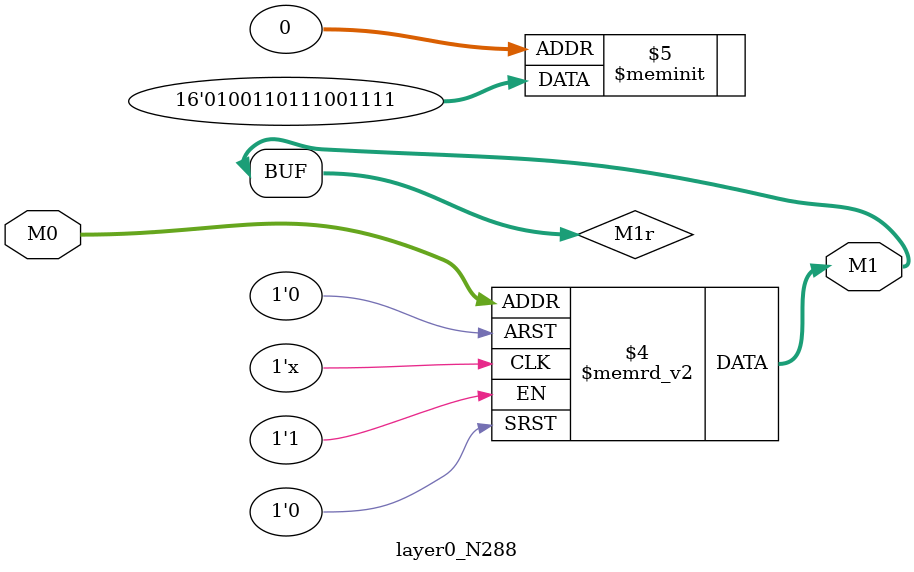
<source format=v>
module layer0_N288 ( input [2:0] M0, output [1:0] M1 );

	(*rom_style = "distributed" *) reg [1:0] M1r;
	assign M1 = M1r;
	always @ (M0) begin
		case (M0)
			3'b000: M1r = 2'b11;
			3'b100: M1r = 2'b01;
			3'b010: M1r = 2'b00;
			3'b110: M1r = 2'b00;
			3'b001: M1r = 2'b11;
			3'b101: M1r = 2'b11;
			3'b011: M1r = 2'b11;
			3'b111: M1r = 2'b01;

		endcase
	end
endmodule

</source>
